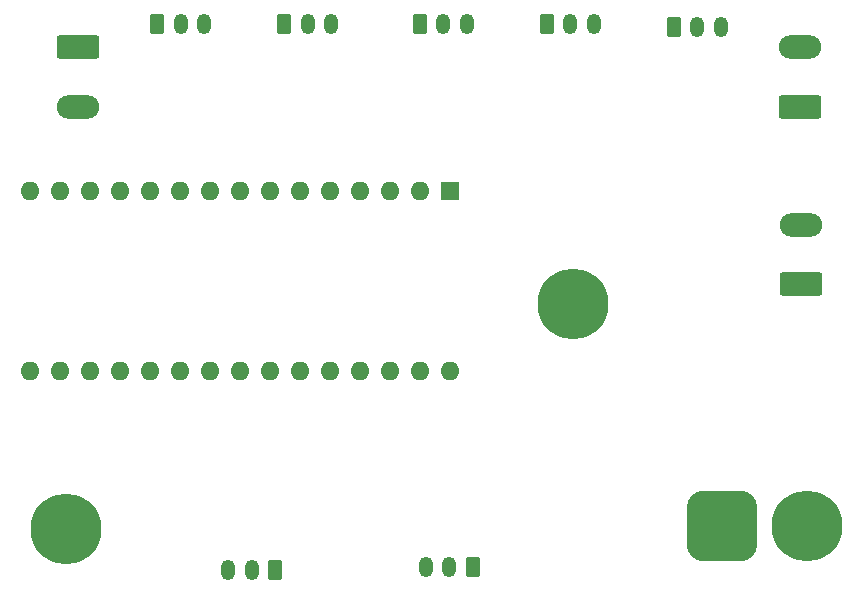
<source format=gbs>
%TF.GenerationSoftware,KiCad,Pcbnew,8.0.1*%
%TF.CreationDate,2024-07-20T14:45:51-04:00*%
%TF.ProjectId,musubwi,6d757375-6277-4692-9e6b-696361645f70,rev?*%
%TF.SameCoordinates,Original*%
%TF.FileFunction,Soldermask,Bot*%
%TF.FilePolarity,Negative*%
%FSLAX46Y46*%
G04 Gerber Fmt 4.6, Leading zero omitted, Abs format (unit mm)*
G04 Created by KiCad (PCBNEW 8.0.1) date 2024-07-20 14:45:51*
%MOMM*%
%LPD*%
G01*
G04 APERTURE LIST*
G04 Aperture macros list*
%AMRoundRect*
0 Rectangle with rounded corners*
0 $1 Rounding radius*
0 $2 $3 $4 $5 $6 $7 $8 $9 X,Y pos of 4 corners*
0 Add a 4 corners polygon primitive as box body*
4,1,4,$2,$3,$4,$5,$6,$7,$8,$9,$2,$3,0*
0 Add four circle primitives for the rounded corners*
1,1,$1+$1,$2,$3*
1,1,$1+$1,$4,$5*
1,1,$1+$1,$6,$7*
1,1,$1+$1,$8,$9*
0 Add four rect primitives between the rounded corners*
20,1,$1+$1,$2,$3,$4,$5,0*
20,1,$1+$1,$4,$5,$6,$7,0*
20,1,$1+$1,$6,$7,$8,$9,0*
20,1,$1+$1,$8,$9,$2,$3,0*%
G04 Aperture macros list end*
%ADD10C,6.000000*%
%ADD11O,1.600000X1.600000*%
%ADD12R,1.600000X1.600000*%
%ADD13O,1.200000X1.750000*%
%ADD14RoundRect,0.250000X-0.350000X-0.625000X0.350000X-0.625000X0.350000X0.625000X-0.350000X0.625000X0*%
%ADD15RoundRect,1.500000X-1.500000X-1.500000X1.500000X-1.500000X1.500000X1.500000X-1.500000X1.500000X0*%
%ADD16O,3.600000X2.000000*%
%ADD17RoundRect,0.250000X1.550000X-0.750000X1.550000X0.750000X-1.550000X0.750000X-1.550000X-0.750000X0*%
%ADD18RoundRect,0.250000X0.350000X0.625000X-0.350000X0.625000X-0.350000X-0.625000X0.350000X-0.625000X0*%
%ADD19RoundRect,0.250000X-1.550000X0.750000X-1.550000X-0.750000X1.550000X-0.750000X1.550000X0.750000X0*%
G04 APERTURE END LIST*
D10*
%TO.C,REF\u002A\u002A*%
X213500000Y-86500000D03*
%TD*%
%TO.C,REF\u002A\u002A*%
X170500000Y-105500000D03*
%TD*%
D11*
%TO.C,A1*%
X203050000Y-92130000D03*
X200510000Y-92130000D03*
X197970000Y-92130000D03*
X195430000Y-92130000D03*
X192890000Y-92130000D03*
X190350000Y-92130000D03*
X187810000Y-92130000D03*
X185270000Y-92130000D03*
X182730000Y-92130000D03*
X180190000Y-92130000D03*
X177650000Y-92130000D03*
X175110000Y-92130000D03*
X172570000Y-92130000D03*
X170030000Y-92130000D03*
X167490000Y-92130000D03*
X167490000Y-76890000D03*
X170030000Y-76890000D03*
X172570000Y-76890000D03*
X175110000Y-76890000D03*
X177650000Y-76890000D03*
X180190000Y-76890000D03*
X182730000Y-76890000D03*
X185270000Y-76890000D03*
X187810000Y-76890000D03*
X190350000Y-76890000D03*
X192890000Y-76890000D03*
X195430000Y-76890000D03*
X197970000Y-76890000D03*
X200510000Y-76890000D03*
D12*
X203050000Y-76890000D03*
%TD*%
D13*
%TO.C,J4*%
X215250000Y-62800000D03*
X213250000Y-62800000D03*
D14*
X211250000Y-62800000D03*
%TD*%
D13*
%TO.C,J1*%
X182250000Y-62800000D03*
X180250000Y-62800000D03*
D14*
X178250000Y-62800000D03*
%TD*%
D10*
%TO.C,J8*%
X233250000Y-105250000D03*
D15*
X226050000Y-105250000D03*
%TD*%
D16*
%TO.C,J11*%
X232750000Y-79750000D03*
D17*
X232750000Y-84750000D03*
%TD*%
D13*
%TO.C,J6*%
X201000000Y-108700000D03*
X203000000Y-108700000D03*
D18*
X205000000Y-108700000D03*
%TD*%
D16*
%TO.C,J10*%
X171527500Y-69750000D03*
D19*
X171527500Y-64750000D03*
%TD*%
D13*
%TO.C,J5*%
X204500000Y-62800000D03*
X202500000Y-62800000D03*
D14*
X200500000Y-62800000D03*
%TD*%
D13*
%TO.C,J7*%
X184250000Y-108950000D03*
X186250000Y-108950000D03*
D18*
X188250000Y-108950000D03*
%TD*%
D13*
%TO.C,J2*%
X226000000Y-63050000D03*
X224000000Y-63050000D03*
D14*
X222000000Y-63050000D03*
%TD*%
D16*
%TO.C,J9*%
X232722500Y-64750000D03*
D17*
X232722500Y-69750000D03*
%TD*%
D13*
%TO.C,J3*%
X193000000Y-62800000D03*
X191000000Y-62800000D03*
D14*
X189000000Y-62800000D03*
%TD*%
M02*

</source>
